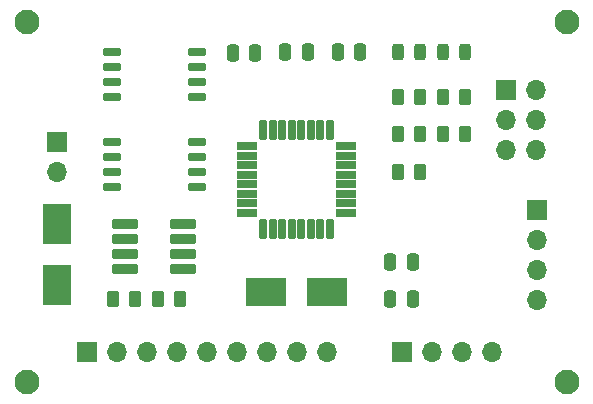
<source format=gts>
%TF.GenerationSoftware,KiCad,Pcbnew,7.0.10*%
%TF.CreationDate,2024-01-18T02:20:14-05:00*%
%TF.ProjectId,Dattalogger_Board,44617474-616c-46f6-9767-65725f426f61,1*%
%TF.SameCoordinates,Original*%
%TF.FileFunction,Soldermask,Top*%
%TF.FilePolarity,Negative*%
%FSLAX46Y46*%
G04 Gerber Fmt 4.6, Leading zero omitted, Abs format (unit mm)*
G04 Created by KiCad (PCBNEW 7.0.10) date 2024-01-18 02:20:14*
%MOMM*%
%LPD*%
G01*
G04 APERTURE LIST*
G04 Aperture macros list*
%AMRoundRect*
0 Rectangle with rounded corners*
0 $1 Rounding radius*
0 $2 $3 $4 $5 $6 $7 $8 $9 X,Y pos of 4 corners*
0 Add a 4 corners polygon primitive as box body*
4,1,4,$2,$3,$4,$5,$6,$7,$8,$9,$2,$3,0*
0 Add four circle primitives for the rounded corners*
1,1,$1+$1,$2,$3*
1,1,$1+$1,$4,$5*
1,1,$1+$1,$6,$7*
1,1,$1+$1,$8,$9*
0 Add four rect primitives between the rounded corners*
20,1,$1+$1,$2,$3,$4,$5,0*
20,1,$1+$1,$4,$5,$6,$7,0*
20,1,$1+$1,$6,$7,$8,$9,0*
20,1,$1+$1,$8,$9,$2,$3,0*%
G04 Aperture macros list end*
%ADD10RoundRect,0.250000X-0.262500X-0.450000X0.262500X-0.450000X0.262500X0.450000X-0.262500X0.450000X0*%
%ADD11RoundRect,0.250000X0.262500X0.450000X-0.262500X0.450000X-0.262500X-0.450000X0.262500X-0.450000X0*%
%ADD12RoundRect,0.243750X-0.243750X-0.456250X0.243750X-0.456250X0.243750X0.456250X-0.243750X0.456250X0*%
%ADD13RoundRect,0.250000X0.250000X0.475000X-0.250000X0.475000X-0.250000X-0.475000X0.250000X-0.475000X0*%
%ADD14R,3.500000X2.400000*%
%ADD15R,2.400000X3.500000*%
%ADD16RoundRect,0.135720X-0.241280X-0.701280X0.241280X-0.701280X0.241280X0.701280X-0.241280X0.701280X0*%
%ADD17RoundRect,0.052780X-0.784220X-0.324220X0.784220X-0.324220X0.784220X0.324220X-0.784220X0.324220X0*%
%ADD18RoundRect,0.150000X-0.650000X-0.150000X0.650000X-0.150000X0.650000X0.150000X-0.650000X0.150000X0*%
%ADD19RoundRect,0.055580X-1.031420X-0.341420X1.031420X-0.341420X1.031420X0.341420X-1.031420X0.341420X0*%
%ADD20O,1.700000X1.700000*%
%ADD21R,1.700000X1.700000*%
%ADD22C,2.100000*%
%ADD23RoundRect,0.250000X-0.250000X-0.475000X0.250000X-0.475000X0.250000X0.475000X-0.250000X0.475000X0*%
G04 APERTURE END LIST*
D10*
%TO.C,R5*%
X161012500Y-69850000D03*
X162837500Y-69850000D03*
%TD*%
D11*
%TO.C,R4*%
X162837500Y-73025000D03*
X161012500Y-73025000D03*
%TD*%
%TO.C,R3*%
X161012500Y-76200000D03*
X162837500Y-76200000D03*
%TD*%
D12*
%TO.C,D2*%
X162862500Y-66040000D03*
X160987500Y-66040000D03*
%TD*%
D13*
%TO.C,C4*%
X162240000Y-86995000D03*
X160340000Y-86995000D03*
%TD*%
%TO.C,C2*%
X162240000Y-83820000D03*
X160340000Y-83820000D03*
%TD*%
D14*
%TO.C,Y2*%
X149800000Y-86360000D03*
X155000000Y-86360000D03*
%TD*%
D15*
%TO.C,Y1*%
X132080000Y-80585000D03*
X132080000Y-85785000D03*
%TD*%
D16*
%TO.C,U4*%
X149600000Y-72665000D03*
X150400000Y-72665000D03*
X151200000Y-72665000D03*
X152000000Y-72665000D03*
X152800000Y-72665000D03*
X153600000Y-72665000D03*
X154400000Y-72665000D03*
X155200000Y-72665000D03*
D17*
X156570000Y-74035000D03*
X156570000Y-74835000D03*
X156570000Y-75635000D03*
X156570000Y-76435000D03*
X156570000Y-77235000D03*
X156570000Y-78035000D03*
X156570000Y-78835000D03*
X156570000Y-79635000D03*
D16*
X155200000Y-81005000D03*
X154400000Y-81005000D03*
X153600000Y-81005000D03*
X152800000Y-81005000D03*
X152000000Y-81005000D03*
X151200000Y-81005000D03*
X150400000Y-81005000D03*
X149600000Y-81005000D03*
D17*
X148230000Y-79635000D03*
X148230000Y-78835000D03*
X148230000Y-78035000D03*
X148230000Y-77235000D03*
X148230000Y-76435000D03*
X148230000Y-75635000D03*
X148230000Y-74835000D03*
X148230000Y-74035000D03*
%TD*%
D18*
%TO.C,U3*%
X143935000Y-66040000D03*
X143935000Y-67310000D03*
X143935000Y-68580000D03*
X143935000Y-69850000D03*
X136735000Y-69850000D03*
X136735000Y-68580000D03*
X136735000Y-67310000D03*
X136735000Y-66040000D03*
%TD*%
D19*
%TO.C,U2*%
X137860000Y-80645000D03*
X137860000Y-81915000D03*
X137860000Y-83185000D03*
X137860000Y-84455000D03*
X142810000Y-84455000D03*
X142810000Y-83185000D03*
X142810000Y-81915000D03*
X142810000Y-80645000D03*
%TD*%
D18*
%TO.C,U1*%
X143935000Y-73660000D03*
X143935000Y-74930000D03*
X143935000Y-76200000D03*
X143935000Y-77470000D03*
X136735000Y-77470000D03*
X136735000Y-76200000D03*
X136735000Y-74930000D03*
X136735000Y-73660000D03*
%TD*%
D11*
%TO.C,R7*%
X164822500Y-69850000D03*
X166647500Y-69850000D03*
%TD*%
D10*
%TO.C,R6*%
X166647500Y-73025000D03*
X164822500Y-73025000D03*
%TD*%
D11*
%TO.C,R2*%
X142517500Y-86995000D03*
X140692500Y-86995000D03*
%TD*%
D10*
%TO.C,R1*%
X136882500Y-86995000D03*
X138707500Y-86995000D03*
%TD*%
D20*
%TO.C,J4*%
X154950000Y-91440000D03*
X152410000Y-91440000D03*
X149870000Y-91440000D03*
X147330000Y-91440000D03*
X144790000Y-91440000D03*
X142250000Y-91440000D03*
X139710000Y-91440000D03*
X137170000Y-91440000D03*
D21*
X134630000Y-91440000D03*
%TD*%
D20*
%TO.C,J3*%
X172715000Y-74310000D03*
X170175000Y-74310000D03*
X172715000Y-71770000D03*
X170175000Y-71770000D03*
X172715000Y-69230000D03*
D21*
X170175000Y-69230000D03*
%TD*%
%TO.C,J2*%
X161300000Y-91440000D03*
D20*
X163840000Y-91440000D03*
X166380000Y-91440000D03*
X168920000Y-91440000D03*
%TD*%
D21*
%TO.C,J1*%
X172720000Y-79385000D03*
D20*
X172720000Y-81925000D03*
X172720000Y-84465000D03*
X172720000Y-87005000D03*
%TD*%
D22*
%TO.C,H4*%
X175260000Y-93980000D03*
%TD*%
%TO.C,H3*%
X175260000Y-63500000D03*
%TD*%
%TO.C,H2*%
X129540000Y-93980000D03*
%TD*%
%TO.C,H1*%
X129540000Y-63500000D03*
%TD*%
D12*
%TO.C,D1*%
X164797500Y-66040000D03*
X166672500Y-66040000D03*
%TD*%
D23*
%TO.C,C5*%
X157795000Y-66040000D03*
X155895000Y-66040000D03*
%TD*%
%TO.C,C3*%
X153350000Y-66040000D03*
X151450000Y-66040000D03*
%TD*%
%TO.C,C1*%
X148905000Y-66155000D03*
X147005000Y-66155000D03*
%TD*%
D21*
%TO.C,BT1*%
X132080000Y-73655000D03*
D20*
X132080000Y-76195000D03*
%TD*%
M02*

</source>
